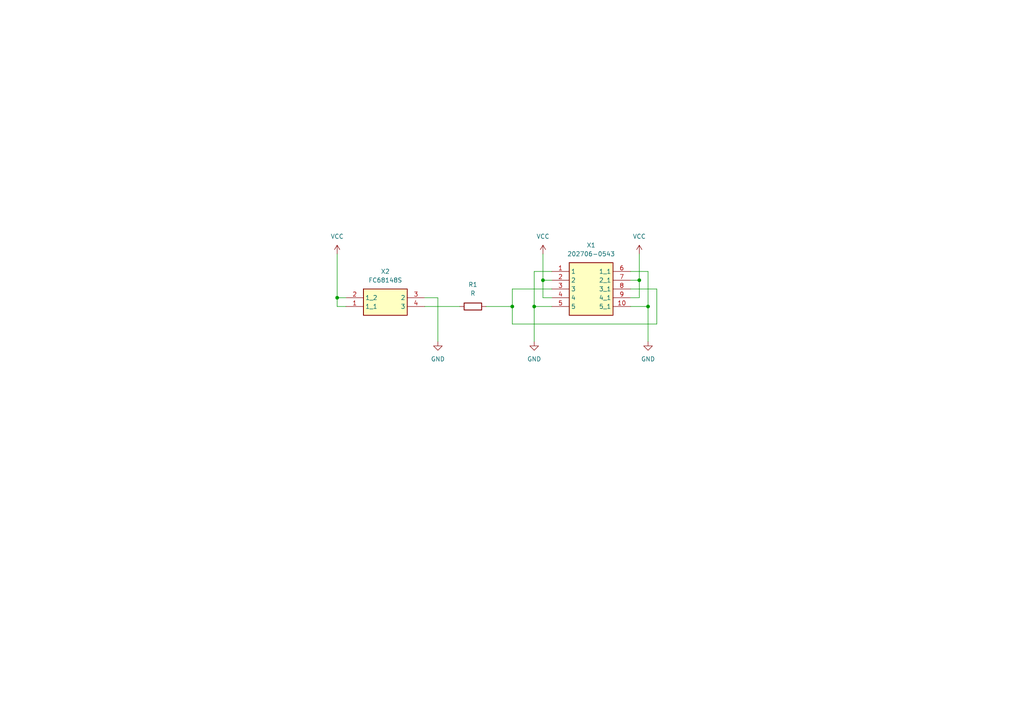
<source format=kicad_sch>
(kicad_sch (version 20230121) (generator eeschema)
  (paper "A4")
  (lib_symbols
    (symbol "Device:R" (pin_numbers hide) (pin_names (offset 0))
      (property "Reference" "R" (at 2.032 0 90))
      (property "Value" "R" (at 0 0 90))
      (symbol "R_0_1"
        (rectangle (start -1.016 -2.54) (end 1.016 2.54) (stroke (width 0.254)))
      )
      (symbol "R_1_1"
        (pin passive line (at 0 3.81 270) (length 1.27) (name "~") (number "1"))
        (pin passive line (at 0 -3.81 90) (length 1.27) (name "~") (number "2"))
      )
    )
    (symbol "FC68148S:FC68148S"
      (property "Reference" "J" (at 19.05 7.62 0))
      (property "Value" "FC68148S" (at 19.05 5.08 0))
      (symbol "FC68148S_1_1"
        (rectangle (start 5.08 2.54) (end 17.78 -5.08) (stroke (width 0.254)) (fill (type background)))
        (pin passive line (at 0 -2.54 0) (length 5.08) (name "1_1") (number "1"))
        (pin passive line (at 0 0 0) (length 5.08) (name "1_2") (number "2"))
        (pin passive line (at 22.86 0 180) (length 5.08) (name "2") (number "3"))
        (pin passive line (at 22.86 -2.54 180) (length 5.08) (name "3") (number "4"))
      )
    )
    (symbol "PICO-SPOX:202706-0543"
      (property "Reference" "J" (at 19.05 7.62 0))
      (property "Value" "202706-0543" (at 19.05 5.08 0))
      (symbol "202706-0543_1_1"
        (rectangle (start 5.08 2.54) (end 17.78 -12.7) (stroke (width 0.254)) (fill (type background)))
        (pin passive line (at 0 0 0) (length 5.08) (name "1") (number "1"))
        (pin passive line (at 22.86 -10.16 180) (length 5.08) (name "5_1") (number "10"))
        (pin passive line (at 0 -2.54 0) (length 5.08) (name "2") (number "2"))
        (pin passive line (at 0 -5.08 0) (length 5.08) (name "3") (number "3"))
        (pin passive line (at 0 -7.62 0) (length 5.08) (name "4") (number "4"))
        (pin passive line (at 0 -10.16 0) (length 5.08) (name "5") (number "5"))
        (pin passive line (at 22.86 0 180) (length 5.08) (name "1_1") (number "6"))
        (pin passive line (at 22.86 -2.54 180) (length 5.08) (name "2_1") (number "7"))
        (pin passive line (at 22.86 -5.08 180) (length 5.08) (name "3_1") (number "8"))
        (pin passive line (at 22.86 -7.62 180) (length 5.08) (name "4_1") (number "9"))
      )
    )
    (symbol "power:GND" (power) (pin_names (offset 0))
      (property "Value" "GND" (at 0 -3.81 0))
      (symbol "GND_0_1"
        (polyline (pts (xy 0 0) (xy 0 -1.27) (xy 1.27 -1.27) (xy 0 -2.54) (xy -1.27 -1.27) (xy 0 -1.27)))
      )
      (symbol "GND_1_1"
        (pin power_in line (at 0 0 270) (length 0) hide (name "GND") (number "1"))
      )
    )
    (symbol "power:VCC" (power) (pin_names (offset 0))
      (property "Value" "VCC" (at 0 3.81 0))
      (symbol "VCC_0_1"
        (polyline (pts (xy -0.762 1.27) (xy 0 2.54)))
        (polyline (pts (xy 0 0) (xy 0 2.54)))
        (polyline (pts (xy 0 2.54) (xy 0.762 1.27)))
      )
      (symbol "VCC_1_1"
        (pin power_in line (at 0 0 90) (length 0) hide (name "VCC") (number "1"))
      )
    )
  )
  (junction (at 154.94 88.9))
  (junction (at 157.48 81.28))
  (junction (at 97.79 86.36))
  (junction (at 148.59 88.9))
  (junction (at 187.96 88.9))
  (junction (at 185.42 81.28))
  (wire (pts (xy 187.96 88.9) (xy 187.96 99.06)))
  (wire (pts (xy 157.48 86.36) (xy 160.02 86.36)))
  (wire (pts (xy 97.79 86.36) (xy 100.33 86.36)))
  (wire (pts (xy 123.19 86.36) (xy 127 86.36)))
  (wire (pts (xy 185.42 73.66) (xy 185.42 81.28)))
  (wire (pts (xy 157.48 73.66) (xy 157.48 81.28)))
  (wire (pts (xy 148.59 88.9) (xy 148.59 83.82)))
  (wire (pts (xy 97.79 86.36) (xy 97.79 88.9)))
  (wire (pts (xy 182.88 78.74) (xy 187.96 78.74)))
  (wire (pts (xy 182.88 83.82) (xy 190.5 83.82)))
  (wire (pts (xy 148.59 93.98) (xy 148.59 88.9)))
  (wire (pts (xy 157.48 81.28) (xy 157.48 86.36)))
  (wire (pts (xy 100.33 88.9) (xy 97.79 88.9)))
  (wire (pts (xy 190.5 93.98) (xy 148.59 93.98)))
  (wire (pts (xy 185.42 81.28) (xy 185.42 86.36)))
  (wire (pts (xy 190.5 83.82) (xy 190.5 93.98)))
  (wire (pts (xy 187.96 88.9) (xy 187.96 78.74)))
  (wire (pts (xy 182.88 81.28) (xy 185.42 81.28)))
  (wire (pts (xy 160.02 78.74) (xy 154.94 78.74)))
  (wire (pts (xy 148.59 83.82) (xy 160.02 83.82)))
  (wire (pts (xy 97.79 73.66) (xy 97.79 86.36)))
  (wire (pts (xy 154.94 78.74) (xy 154.94 88.9)))
  (wire (pts (xy 127 86.36) (xy 127 99.06)))
  (wire (pts (xy 182.88 86.36) (xy 185.42 86.36)))
  (wire (pts (xy 140.97 88.9) (xy 148.59 88.9)))
  (wire (pts (xy 182.88 88.9) (xy 187.96 88.9)))
  (wire (pts (xy 123.19 88.9) (xy 133.35 88.9)))
  (wire (pts (xy 160.02 81.28) (xy 157.48 81.28)))
  (wire (pts (xy 154.94 88.9) (xy 160.02 88.9)))
  (wire (pts (xy 154.94 88.9) (xy 154.94 99.06)))
  (symbol (lib_id "FC68148S:FC68148S") (at 100.33 86.36 0) (unit 1)
    (property "Reference" "X2" (at 111.76 78.74 0))
    (property "Value" "FC68148S" (at 111.76 81.28 0))
    (property "Footprint" "FC68148S_2" (effects hide))
    (property "Datasheet" "http://www.cliffuk.co.uk/products/dcconnectors/FC68148S.pdf" (effects hide))
    (property "Manufacturer_Name" "CLIFF ELECTRONIC COMPONENTS" (effects hide))
    (property "Manufacturer_Part_Number" "FC68148S" (effects hide))
  )
  (symbol (lib_id "Device:R") (at 137.16 88.9 90) (unit 1)
    (property "Reference" "R1" (at 137.16 82.55 90))
    (property "Value" "R" (at 137.16 85.09 90))
    (property "Footprint" "Resistor_SMD:R_0402_1005Metric" (effects hide))
  )
  (symbol (lib_id "power:GND") (at 154.94 99.06 0) (unit 1)
    (property "Reference" "#PWR0102" (effects hide))
    (property "Value" "GND" (at 154.94 104.14 0))
  )
  (symbol (lib_id "power:VCC") (at 97.79 73.66 0) (unit 1)
    (property "Reference" "#PWR0106" (effects hide))
    (property "Value" "VCC" (at 97.79 68.58 0))
  )
  (symbol (lib_id "power:VCC") (at 157.48 73.66 0) (unit 1)
    (property "Reference" "#PWR0104" (effects hide))
    (property "Value" "VCC" (at 157.48 68.58 0))
  )
  (symbol (lib_id "power:GND") (at 127 99.06 0) (unit 1)
    (property "Reference" "#PWR0101" (effects hide))
    (property "Value" "GND" (at 127 104.14 0))
  )
  (symbol (lib_id "power:VCC") (at 185.42 73.66 0) (unit 1)
    (property "Reference" "#PWR0105" (effects hide))
    (property "Value" "VCC" (at 185.42 68.58 0))
  )
  (symbol (lib_id "power:GND") (at 187.96 99.06 0) (unit 1)
    (property "Reference" "#PWR0103" (effects hide))
    (property "Value" "GND" (at 187.96 104.14 0))
  )
  (symbol (lib_id "PICO-SPOX:202706-0543") (at 160.02 78.74 0) (unit 1)
    (property "Reference" "X1" (at 171.45 71.12 0))
    (property "Value" "202706-0543" (at 171.45 73.66 0))
    (property "Footprint" "2027060543" (effects hide))
    (property "Datasheet" "https://www.molex.com/pdm_docs/sd/2027060543_sd.pdf" (effects hide))
    (property "Height" "4.45" (effects hide))
    (property "Mouser Part Number" "538-202706-0543" (effects hide))
    (property "Mouser Price/Stock" "https://www.mouser.co.uk/ProductDetail/Molex/202706-0543?qs=f9yNj16SXrIULEo%2FmY6ZDQ%3D%3D" (effects hide))
    (property "Manufacturer_Name" "Molex" (effects hide))
    (property "Manufacturer_Part_Number" "202706-0543" (effects hide))
  )
)
</source>
